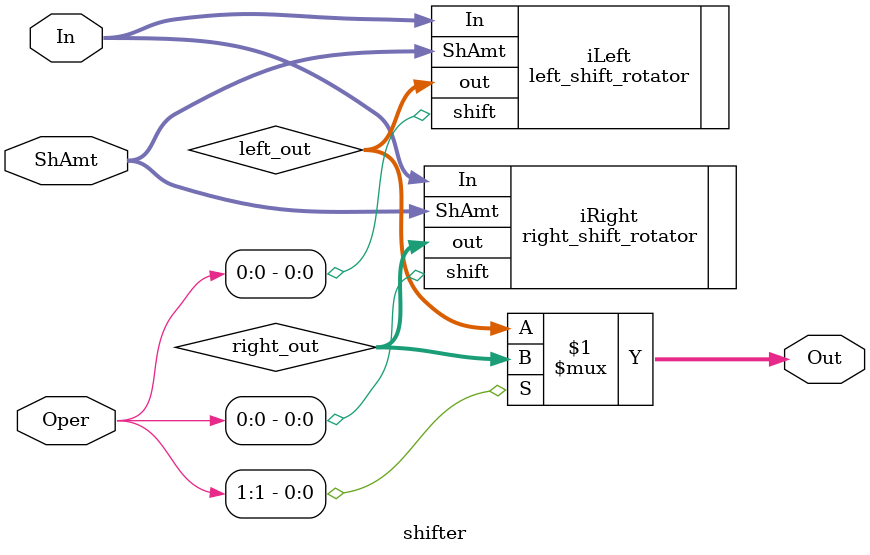
<source format=v>
/*
    CS/ECE 552 Spring '22
    Homework #2, Problem 1
    
    A barrel shifter module.  It is designed to shift a number via rotate
    left, shift left, shift right arithmetic, or shift right logical based
    on the 'Oper' value that is passed in.  It uses these
    shifts to shift the value any number of bits.
 */
module shifter (In, ShAmt, Oper, Out);

    // declare constant for size of inputs, outputs, and # bits to shift
    parameter OPERAND_WIDTH = 16;
    parameter SHAMT_WIDTH   =  4;
    parameter NUM_OPERATIONS = 2;

    input  [OPERAND_WIDTH -1:0] In   ; // Input operand
    input  [SHAMT_WIDTH   -1:0] ShAmt; // Amount to shift/rotate
    input  [NUM_OPERATIONS-1:0] Oper ; // Operation type
    output [OPERAND_WIDTH -1:0] Out  ; // Result of shift/rotate

    /* YOUR CODE HERE */
	wire [OPERAND_WIDTH -1:0] left_out, right_out;			// output from the left_shift_rotator and the right_ari_log_shifter
	
    left_shift_rotator iLeft(
		.In(In), 
		.shift(Oper[0]), 
		.ShAmt(ShAmt), 
		.out(left_out)
	);
	
	// replaced 010 sra Shift right arithmetic by rotate right for the project
	right_shift_rotator iRight(
		.In(In), 
		.shift(Oper[0]), 
		.ShAmt(ShAmt), 
		.out(right_out)
	);
	
	// pick final answer from the submodules
	assign Out = Oper[1] ? right_out : left_out;
   
endmodule

</source>
